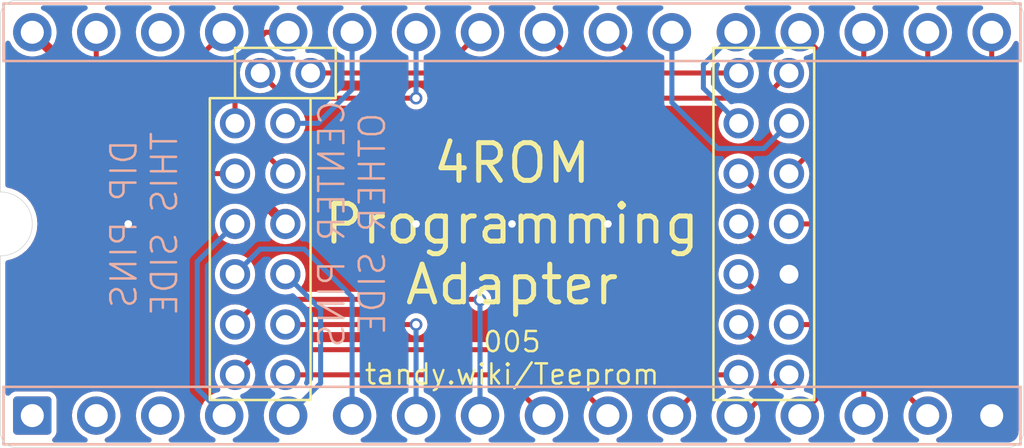
<source format=kicad_pcb>
(kicad_pcb (version 20211014) (generator pcbnew)
  (title_block (title "4ROM_Programming_Adapter") (date "2023-01-09") (rev "005") (company "Brian White b.kenyon.w@gmail.com") (comment 1 "CC-BY-SA") (comment 2 "tandy.wiki/Teeprom"))
  (layers (0 "F.Cu" signal "Top") (31 "B.Cu" signal "Bottom") (34 "B.Paste" user) (35 "F.Paste" user) (36 "B.SilkS" user "B.Silkscreen") (37 "F.SilkS" user "F.Silkscreen") (38 "B.Mask" user) (39 "F.Mask" user) (44 "Edge.Cuts" user))
  (net 0 "")
  (net 1 "/D3")
  (net 2 "/A10")
  (net 3 "/D4")
  (net 4 "/A7")
  (net 5 "/D5")
  (net 6 "/A6")
  (net 7 "/D6")
  (net 8 "/A5")
  (net 9 "/D7")
  (net 10 "/A4")
  (net 11 "/A11")
  (net 12 "/A3")
  (net 13 "/~{OE}")
  (net 14 "/A2")
  (net 15 "/A13")
  (net 16 "/A1")
  (net 17 "/A0")
  (net 18 "/A12")
  (net 19 "/D0")
  (net 20 "/A9")
  (net 21 "/D1")
  (net 22 "/A8")
  (net 23 "/D2")
  (net 24 "/~{CE}")
  (net 25 "/A14")
  (net 26 "/~{WE}")
  (net 27 "VCC")
  (net 28 "GND")
  (footprint "000_LOCAL:4ROM_prog_male" (layer "F.Cu") (at 147.2184 99.187)
    (fp_text reference "J2" hide)
    (fp_text value "4ROM_prog_male")
    (fp_rect (start -12 7) (end -8 -5) (layer "F.SilkS") (width 0.1) (fill none))
    (fp_rect (start -11 -5) (end -7 -7) (layer "F.SilkS") (width 0.1) (fill none))
    (fp_rect (start 8 7) (end 12 -7) (layer "F.SilkS") (width 0.1) (fill none))
    (pad "1" thru_hole circle (at -8 -6) (size 1.2 1.2) (drill 0.75) (layers *.Cu *.Mask) (net 11 "/A11"))
    (pad "2" thru_hole circle (at -10 -6) (size 1.2 1.2) (drill 0.75) (layers *.Cu *.Mask) (net 20 "/A9"))
    (pad "3" thru_hole circle (at -9 -4) (size 1.2 1.2) (drill 0.75) (layers *.Cu *.Mask) (net 22 "/A8"))
    (pad "4" thru_hole circle (at -11 -4) (size 1.2 1.2) (drill 0.75) (layers *.Cu *.Mask) (net 15 "/A13"))
    (pad "5" thru_hole circle (at -9 -2) (size 1.2 1.2) (drill 0.75) (layers *.Cu *.Mask) (net 25 "/A14"))
    (pad "6" thru_hole circle (at -11 -2) (size 1.2 1.2) (drill 0.75) (layers *.Cu *.Mask) (net 26 "/~{WE}"))
    (pad "7" thru_hole circle (at -9 0) (size 1.2 1.2) (drill 0.75) (layers *.Cu *.Mask) (net 27 "VCC"))
    (pad "8" thru_hole circle (at -11 0) (size 1.2 1.2) (drill 0.75) (layers *.Cu *.Mask) (net 18 "/A12"))
    (pad "9" thru_hole circle (at -9 2) (size 1.2 1.2) (drill 0.75) (layers *.Cu *.Mask) (net 4 "/A7"))
    (pad "10" thru_hole circle (at -11 2) (size 1.2 1.2) (drill 0.75) (layers *.Cu *.Mask) (net 6 "/A6"))
    (pad "11" thru_hole circle (at -9 4) (size 1.2 1.2) (drill 0.75) (layers *.Cu *.Mask) (net 8 "/A5"))
    (pad "12" thru_hole circle (at -11 4) (size 1.2 1.2) (drill 0.75) (layers *.Cu *.Mask) (net 10 "/A4"))
    (pad "13" thru_hole circle (at -9 6) (size 1.2 1.2) (drill 0.75) (layers *.Cu *.Mask) (net 12 "/A3"))
    (pad "14" thru_hole circle (at -11 6) (size 1.2 1.2) (drill 0.75) (layers *.Cu *.Mask) (net 14 "/A2"))
    (pad "15" thru_hole circle (at 9 6) (size 1.2 1.2) (drill 0.75) (layers *.Cu *.Mask) (net 16 "/A1"))
    (pad "16" thru_hole circle (at 11 6) (size 1.2 1.2) (drill 0.75) (layers *.Cu *.Mask) (net 17 "/A0"))
    (pad "17" thru_hole circle (at 9 4) (size 1.2 1.2) (drill 0.75) (layers *.Cu *.Mask) (net 19 "/D0"))
    (pad "18" thru_hole circle (at 11 4) (size 1.2 1.2) (drill 0.75) (layers *.Cu *.Mask) (net 21 "/D1"))
    (pad "19" thru_hole circle (at 9 2) (size 1.2 1.2) (drill 0.75) (layers *.Cu *.Mask) (net 23 "/D2"))
    (pad "20" thru_hole circle (at 11 2) (size 1.2 1.2) (drill 0.75) (layers *.Cu *.Mask) (net 28 "GND"))
    (pad "21" thru_hole circle (at 9 0) (size 1.2 1.2) (drill 0.75) (layers *.Cu *.Mask) (net 1 "/D3"))
    (pad "22" thru_hole circle (at 11 0) (size 1.2 1.2) (drill 0.75) (layers *.Cu *.Mask) (net 3 "/D4"))
    (pad "23" thru_hole circle (at 9 -2) (size 1.2 1.2) (drill 0.75) (layers *.Cu *.Mask) (net 5 "/D5"))
    (pad "24" thru_hole circle (at 11 -2) (size 1.2 1.2) (drill 0.75) (layers *.Cu *.Mask) (net 7 "/D6"))
    (pad "25" thru_hole circle (at 9 -4) (size 1.2 1.2) (drill 0.75) (layers *.Cu *.Mask) (net 9 "/D7"))
    (pad "26" thru_hole circle (at 11 -4) (size 1.2 1.2) (drill 0.75) (layers *.Cu *.Mask) (net 24 "/~{CE}"))
    (pad "27" thru_hole circle (at 9 -6) (size 1.2 1.2) (drill 0.75) (layers *.Cu *.Mask) (net 2 "/A10"))
    (pad "28" thru_hole circle (at 11 -6) (size 1.2 1.2) (drill 0.75) (layers *.Cu *.Mask) (net 13 "/~{OE}"))
  )
  (footprint "000_LOCAL:DIP32_600_pcb" (layer "F.Cu") (at 147.2184 99.187 90)
    (fp_text reference "J1" hide)
    (fp_text value "29F010_PLCC_DIP")
    (fp_line (start -6.477 20.193) (end -8.763 20.193) (layer "B.SilkS") (width 0.1))
    (fp_line (start 6.477 -20.193) (end 8.763 -20.193) (layer "B.SilkS") (width 0.1))
    (fp_line (start 8.763 20.193) (end 6.477 20.193) (layer "B.SilkS") (width 0.1))
    (fp_line (start 6.477 20.193) (end 6.477 -20.193) (layer "B.SilkS") (width 0.1))
    (fp_line (start -8.763 -20.193) (end -6.477 -20.193) (layer "B.SilkS") (width 0.1))
    (fp_line (start -6.477 -20.193) (end -6.477 20.193) (layer "B.SilkS") (width 0.1))
    (fp_line (start 8.763 -20.193) (end 8.763 20.193) (layer "B.SilkS") (width 0.1))
    (fp_line (start -8.763 20.193) (end -8.763 -20.193) (layer "B.SilkS") (width 0.1))
    (fp_line (start -8.255 20.32) (end 8.255 20.32) (layer "Edge.Cuts") (width 0.0254))
    (fp_line (start 8.255 -20.32) (end 1.27 -20.32) (layer "Edge.Cuts") (width 0.0254))
    (fp_line (start -8.89 -19.685) (end -8.89 19.685) (layer "Edge.Cuts") (width 0.0254))
    (fp_line (start -1.27 -20.32) (end -8.255 -20.32) (layer "Edge.Cuts") (width 0.0254))
    (fp_line (start 8.89 19.685) (end 8.89 -19.685) (layer "Edge.Cuts") (width 0.0254))
    (fp_arc (start -8.255 20.32) (mid -8.704013 20.134013) (end -8.89 19.685) (layer "Edge.Cuts") (width 0.0254))
    (fp_arc (start -8.89 -19.685) (mid -8.704013 -20.134013) (end -8.255 -20.32) (layer "Edge.Cuts") (width 0.0254))
    (fp_arc (start 8.89 19.685) (mid 8.704013 20.134013) (end 8.255 20.32) (layer "Edge.Cuts") (width 0.0254))
    (fp_arc (start 1.27 -20.32) (mid 0 -19.05) (end -1.27 -20.32) (layer "Edge.Cuts") (width 0.0254))
    (fp_arc (start 8.255 -20.32) (mid 8.704013 -20.134013) (end 8.89 -19.685) (layer "Edge.Cuts") (width 0.0254))
    (pad "1" thru_hole roundrect (at -7.62 -19.05 270) (size 1.524 1.524) (drill 0.9144) (layers *.Cu *.Mask) (roundrect_rratio 0.1))
    (pad "2" thru_hole circle (at -7.62 -16.51 270) (size 1.524 1.524) (drill 0.9144) (layers *.Cu *.Mask))
    (pad "3" thru_hole circle (at -7.62 -13.97 270) (size 1.524 1.524) (drill 0.9144) (layers *.Cu *.Mask))
    (pad "4" thru_hole circle (at -7.62 -11.43 270) (size 1.524 1.524) (drill 0.9144) (layers *.Cu *.Mask) (net 18 "/A12"))
    (pad "5" thru_hole circle (at -7.62 -8.89 270) (size 1.524 1.524) (drill 0.9144) (layers *.Cu *.Mask) (net 4 "/A7"))
    (pad "6" thru_hole circle (at -7.62 -6.35 270) (size 1.524 1.524) (drill 0.9144) (layers *.Cu *.Mask) (net 6 "/A6"))
    (pad "7" thru_hole circle (at -7.62 -3.81 270) (size 1.524 1.524) (drill 0.9144) (layers *.Cu *.Mask) (net 8 "/A5"))
    (pad "8" thru_hole circle (at -7.62 -1.27 270) (size 1.524 1.524) (drill 0.9144) (layers *.Cu *.Mask) (net 10 "/A4"))
    (pad "9" thru_hole circle (at -7.62 1.27 270) (size 1.524 1.524) (drill 0.9144) (layers *.Cu *.Mask) (net 12 "/A3"))
    (pad "10" thru_hole circle (at -7.62 3.81 270) (size 1.524 1.524) (drill 0.9144) (layers *.Cu *.Mask) (net 14 "/A2"))
    (pad "11" thru_hole circle (at -7.62 6.35 270) (size 1.524 1.524) (drill 0.9144) (layers *.Cu *.Mask) (net 16 "/A1"))
    (pad "12" thru_hole circle (at -7.62 8.89 270) (size 1.524 1.524) (drill 0.9144) (layers *.Cu *.Mask) (net 17 "/A0"))
    (pad "13" thru_hole circle (at -7.62 11.43 270) (size 1.524 1.524) (drill 0.9144) (layers *.Cu *.Mask) (net 19 "/D0"))
    (pad "14" thru_hole circle (at -7.62 13.97 270) (size 1.524 1.524) (drill 0.9144) (layers *.Cu *.Mask) (net 21 "/D1"))
    (pad "15" thru_hole circle (at -7.62 16.51 270) (size 1.524 1.524) (drill 0.9144) (layers *.Cu *.Mask) (net 23 "/D2"))
    (pad "16" thru_hole circle (at -7.62 19.05 270) (size 1.524 1.524) (drill 0.9144) (layers *.Cu *.Mask) (net 28 "GND"))
    (pad "17" thru_hole circle (at 7.62 19.05 270) (size 1.524 1.524) (drill 0.9144) (layers *.Cu *.Mask) (net 1 "/D3"))
    (pad "18" thru_hole circle (at 7.62 16.51 270) (size 1.524 1.524) (drill 0.9144) (layers *.Cu *.Mask) (net 3 "/D4"))
    (pad "19" thru_hole circle (at 7.62 13.97 270) (size 1.524 1.524) (drill 0.9144) (layers *.Cu *.Mask) (net 5 "/D5"))
    (pad "20" thru_hole circle (at 7.62 11.43 270) (size 1.524 1.524) (drill 0.9144) (layers *.Cu *.Mask) (net 7 "/D6"))
    (pad "21" thru_hole circle (at 7.62 8.89 270) (size 1.524 1.524) (drill 0.9144) (layers *.Cu *.Mask) (net 9 "/D7"))
    (pad "22" thru_hole circle (at 7.62 6.35 270) (size 1.524 1.524) (drill 0.9144) (layers *.Cu *.Mask) (net 24 "/~{CE}"))
    (pad "23" thru_hole circle (at 7.62 3.81 270) (size 1.524 1.524) (drill 0.9144) (layers *.Cu *.Mask) (net 2 "/A10"))
    (pad "24" thru_hole circle (at 7.62 1.27 270) (size 1.524 1.524) (drill 0.9144) (layers *.Cu *.Mask) (net 13 "/~{OE}"))
    (pad "25" thru_hole circle (at 7.62 -1.27 270) (size 1.524 1.524) (drill 0.9144) (layers *.Cu *.Mask) (net 11 "/A11"))
    (pad "26" thru_hole circle (at 7.62 -3.81 270) (size 1.524 1.524) (drill 0.9144) (layers *.Cu *.Mask) (net 20 "/A9"))
    (pad "27" thru_hole circle (at 7.62 -6.35 270) (size 1.524 1.524) (drill 0.9144) (layers *.Cu *.Mask) (net 22 "/A8"))
    (pad "28" thru_hole circle (at 7.62 -8.89 270) (size 1.524 1.524) (drill 0.9144) (layers *.Cu *.Mask) (net 15 "/A13"))
    (pad "29" thru_hole circle (at 7.62 -11.43 270) (size 1.524 1.524) (drill 0.9144) (layers *.Cu *.Mask) (net 25 "/A14"))
    (pad "30" thru_hole circle (at 7.62 -13.97 270) (size 1.524 1.524) (drill 0.9144) (layers *.Cu *.Mask))
    (pad "31" thru_hole circle (at 7.62 -16.51 270) (size 1.524 1.524) (drill 0.9144) (layers *.Cu *.Mask) (net 26 "/~{WE}"))
    (pad "32" thru_hole circle (at 7.62 -19.05 270) (size 1.524 1.524) (drill 0.9144) (layers *.Cu *.Mask) (net 27 "VCC"))
  )
  (gr_line (start 140.2184 94.187) (end 139.2184 94.187) (layer "F.SilkS") (width 0.1))
  (gr_text "CENTER PINS\nOTHER SIDE" (at 140.8684 99.187 90) (layer "B.SilkS") (effects (font (size 1 1) (thickness 0.1)) (justify mirror)))
  (gr_text "DIP PINS\nTHIS SIDE" (at 132.6134 99.187 90) (layer "B.SilkS") (effects (font (size 1 1) (thickness 0.1)) (justify mirror)))
  (gr_text "4ROM\nProgramming\nAdapter" (at 147.2184 99.187) (layer "F.SilkS") (effects (font (size 1.5 1.5) (thickness 0.2))))
  (gr_text "${REVISION}\n${COMMENT2}" (at 147.2184 104.521) (layer "F.SilkS") (effects (font (size 0.8 0.8) (thickness 0.1))))
  (segment (start 166.2684 91.567) (end 166.2684 94.337) (width 0.2) (layer "F.Cu") (net 1))
  (segment (start 160.4184 100.187) (end 157.2184 100.187) (width 0.2) (layer "F.Cu") (net 1))
  (segment (start 166.2684 94.337) (end 160.4184 100.187) (width 0.2) (layer "F.Cu") (net 1))
  (segment (start 157.2184 100.187) (end 156.2184 99.187) (width 0.2) (layer "F.Cu") (net 1))
  (segment (start 156.2184 93.187) (end 152.6484 93.187) (width 0.2) (layer "F.Cu") (net 2))
  (segment (start 152.6484 93.187) (end 151.0284 91.567) (width 0.2) (layer "F.Cu") (net 2))
  (segment (start 159.7184 99.187) (end 158.2184 99.187) (width 0.2) (layer "F.Cu") (net 3))
  (segment (start 163.7284 91.567) (end 163.7284 95.177) (width 0.2) (layer "F.Cu") (net 3))
  (segment (start 163.7284 95.177) (end 159.7184 99.187) (width 0.2) (layer "F.Cu") (net 3))
  (segment (start 139.6184 102.587) (end 138.2184 101.187) (width 0.2) (layer "B.Cu") (net 4))
  (segment (start 139.6184 105.517) (end 139.6184 102.587) (width 0.2) (layer "B.Cu") (net 4))
  (segment (start 138.3284 106.807) (end 139.6184 105.517) (width 0.2) (layer "B.Cu") (net 4))
  (segment (start 157.2184 98.187) (end 159.0684 98.187) (width 0.2) (layer "F.Cu") (net 5))
  (segment (start 159.0684 98.187) (end 161.1884 96.067) (width 0.2) (layer "F.Cu") (net 5))
  (segment (start 161.1884 96.067) (end 161.1884 91.567) (width 0.2) (layer "F.Cu") (net 5))
  (segment (start 156.2184 97.187) (end 157.2184 98.187) (width 0.2) (layer "F.Cu") (net 5))
  (segment (start 140.8684 106.807) (end 140.8684 102.087) (width 0.2) (layer "B.Cu") (net 6))
  (segment (start 137.2184 100.187) (end 136.2184 101.187) (width 0.2) (layer "B.Cu") (net 6))
  (segment (start 138.9684 100.187) (end 137.2184 100.187) (width 0.2) (layer "B.Cu") (net 6))
  (segment (start 140.8684 102.087) (end 138.9684 100.187) (width 0.2) (layer "B.Cu") (net 6))
  (segment (start 159.7184 92.637) (end 158.6484 91.567) (width 0.2) (layer "F.Cu") (net 7))
  (segment (start 158.2184 97.187) (end 159.7184 95.687) (width 0.2) (layer "F.Cu") (net 7))
  (segment (start 159.7184 95.687) (end 159.7184 92.637) (width 0.2) (layer "F.Cu") (net 7))
  (segment (start 143.4084 103.187) (end 138.2184 103.187) (width 0.2) (layer "F.Cu") (net 8))
  (via (at 143.4084 103.187) (size 0.5) (drill 0.3) (layers "F.Cu" "B.Cu") (net 8))
  (segment (start 143.4084 106.807) (end 143.4084 103.187) (width 0.2) (layer "B.Cu") (net 8))
  (segment (start 154.8184 93.787) (end 156.2184 95.187) (width 0.2) (layer "B.Cu") (net 9))
  (segment (start 156.1084 91.567) (end 154.8184 92.857) (width 0.2) (layer "B.Cu") (net 9))
  (segment (start 154.8184 92.857) (end 154.8184 93.787) (width 0.2) (layer "B.Cu") (net 9))
  (segment (start 145.9284 102.187) (end 137.2184 102.187) (width 0.2) (layer "F.Cu") (net 10))
  (segment (start 145.9484 102.207) (end 145.9284 102.187) (width 0.2) (layer "F.Cu") (net 10))
  (segment (start 137.2184 102.187) (end 136.2184 103.187) (width 0.2) (layer "F.Cu") (net 10))
  (via (at 145.9484 102.207) (size 0.5) (drill 0.3) (layers "F.Cu" "B.Cu") (net 10))
  (segment (start 145.9484 102.207) (end 145.9484 106.807) (width 0.2) (layer "B.Cu") (net 10))
  (segment (start 139.2184 93.187) (end 144.3284 93.187) (width 0.2) (layer "F.Cu") (net 11))
  (segment (start 144.3284 93.187) (end 145.9484 91.567) (width 0.2) (layer "F.Cu") (net 11))
  (segment (start 138.2184 105.187) (end 146.8684 105.187) (width 0.2) (layer "F.Cu") (net 12))
  (segment (start 146.8684 105.187) (end 148.4884 106.807) (width 0.2) (layer "F.Cu") (net 12))
  (segment (start 157.2184 94.187) (end 151.1084 94.187) (width 0.2) (layer "F.Cu") (net 13))
  (segment (start 158.2184 93.187) (end 157.2184 94.187) (width 0.2) (layer "F.Cu") (net 13))
  (segment (start 151.1084 94.187) (end 148.4884 91.567) (width 0.2) (layer "F.Cu") (net 13))
  (segment (start 137.2184 104.187) (end 148.4084 104.187) (width 0.2) (layer "F.Cu") (net 14))
  (segment (start 148.4084 104.187) (end 151.0284 106.807) (width 0.2) (layer "F.Cu") (net 14))
  (segment (start 136.2184 105.187) (end 137.2184 104.187) (width 0.2) (layer "F.Cu") (net 14))
  (segment (start 136.2184 92.788) (end 136.2184 95.187) (width 0.2) (layer "F.Cu") (net 15))
  (segment (start 137.4394 91.567) (end 136.2184 92.788) (width 0.2) (layer "F.Cu") (net 15))
  (segment (start 138.3284 91.567) (end 137.4394 91.567) (width 0.2) (layer "F.Cu") (net 15))
  (segment (start 156.2184 105.187) (end 155.1884 105.187) (width 0.2) (layer "F.Cu") (net 16))
  (segment (start 155.1884 105.187) (end 153.5684 106.807) (width 0.2) (layer "F.Cu") (net 16))
  (segment (start 156.3984 106.807) (end 156.1084 106.807) (width 0.2) (layer "F.Cu") (net 17))
  (segment (start 158.2184 105.187) (end 158.0184 105.187) (width 0.2) (layer "F.Cu") (net 17))
  (segment (start 158.0184 105.187) (end 156.3984 106.807) (width 0.2) (layer "F.Cu") (net 17))
  (segment (start 134.7184 105.737) (end 134.7184 100.687) (width 0.2) (layer "B.Cu") (net 18))
  (segment (start 134.7184 100.687) (end 136.2184 99.187) (width 0.2) (layer "B.Cu") (net 18))
  (segment (start 135.7884 106.807) (end 134.7184 105.737) (width 0.2) (layer "B.Cu") (net 18))
  (segment (start 159.4184 104.737) (end 159.4184 106.037) (width 0.2) (layer "F.Cu") (net 19))
  (segment (start 157.2184 104.187) (end 158.8684 104.187) (width 0.2) (layer "F.Cu") (net 19))
  (segment (start 159.4184 106.037) (end 158.6484 106.807) (width 0.2) (layer "F.Cu") (net 19))
  (segment (start 156.2184 103.187) (end 157.2184 104.187) (width 0.2) (layer "F.Cu") (net 19))
  (segment (start 158.8684 104.187) (end 159.4184 104.737) (width 0.2) (layer "F.Cu") (net 19))
  (segment (start 138.2184 94.187) (end 143.4084 94.187) (width 0.2) (layer "F.Cu") (net 20))
  (segment (start 137.2184 93.187) (end 138.2184 94.187) (width 0.2) (layer "F.Cu") (net 20))
  (via (at 143.4084 94.187) (size 0.5) (drill 0.3) (layers "F.Cu" "B.Cu") (net 20))
  (segment (start 143.4084 94.187) (end 143.4084 91.567) (width 0.2) (layer "B.Cu") (net 20))
  (segment (start 159.0684 103.187) (end 161.1884 105.307) (width 0.2) (layer "F.Cu") (net 21))
  (segment (start 158.2184 103.187) (end 159.0684 103.187) (width 0.2) (layer "F.Cu") (net 21))
  (segment (start 161.1884 105.307) (end 161.1884 106.807) (width 0.2) (layer "F.Cu") (net 21))
  (segment (start 138.2184 95.187) (end 139.5184 95.187) (width 0.2) (layer "B.Cu") (net 22))
  (segment (start 140.8684 93.837) (end 140.8684 91.567) (width 0.2) (layer "B.Cu") (net 22))
  (segment (start 139.5184 95.187) (end 140.8684 93.837) (width 0.2) (layer "B.Cu") (net 22))
  (segment (start 159.1084 102.187) (end 157.2184 102.187) (width 0.2) (layer "F.Cu") (net 23))
  (segment (start 157.2184 102.187) (end 156.2184 101.187) (width 0.2) (layer "F.Cu") (net 23))
  (segment (start 163.7284 106.807) (end 159.1084 102.187) (width 0.2) (layer "F.Cu") (net 23))
  (segment (start 157.2184 96.187) (end 158.2184 95.187) (width 0.2) (layer "B.Cu") (net 24))
  (segment (start 153.5684 91.567) (end 153.5684 94.361) (width 0.2) (layer "B.Cu") (net 24))
  (segment (start 153.5684 94.361) (end 155.3944 96.187) (width 0.2) (layer "B.Cu") (net 24))
  (segment (start 155.3944 96.187) (end 157.2184 96.187) (width 0.2) (layer "B.Cu") (net 24))
  (segment (start 137.2184 96.187) (end 135.5684 96.187) (width 0.2) (layer "F.Cu") (net 25))
  (segment (start 138.2184 97.187) (end 137.2184 96.187) (width 0.2) (layer "F.Cu") (net 25))
  (segment (start 135.0184 95.637) (end 135.0184 92.337) (width 0.2) (layer "F.Cu") (net 25))
  (segment (start 135.0184 92.337) (end 135.7884 91.567) (width 0.2) (layer "F.Cu") (net 25))
  (segment (start 135.5684 96.187) (end 135.0184 95.637) (width 0.2) (layer "F.Cu") (net 25))
  (segment (start 135.2184 97.187) (end 130.7084 92.677) (width 0.2) (layer "F.Cu") (net 26))
  (segment (start 130.7084 92.677) (end 130.7084 91.567) (width 0.2) (layer "F.Cu") (net 26))
  (segment (start 136.2184 97.187) (end 135.2184 97.187) (width 0.2) (layer "F.Cu") (net 26))
  (segment (start 138.2184 99.187) (end 137.2184 98.187) (width 0.4) (layer "F.Cu") (net 27))
  (segment (start 134.7884 98.187) (end 128.1684 91.567) (width 0.4) (layer "F.Cu") (net 27))
  (segment (start 137.2184 98.187) (end 134.7884 98.187) (width 0.4) (layer "F.Cu") (net 27))
  (via (at 151.0284 99.187) (size 0.5) (drill 0.3) (layers "F.Cu" "B.Cu") (net 28))
  (via (at 147.2184 99.187) (size 0.5) (drill 0.3) (layers "F.Cu" "B.Cu") (net 28))
  (via (at 143.4084 99.187) (size 0.5) (drill 0.3) (layers "F.Cu" "B.Cu") (net 28))
  (via (at 131.9784 99.187) (size 0.5) (drill 0.3) (layers "F.Cu" "B.Cu") (net 28))
  (zone (net 28) (net_name "GND") (layer "F.Cu") (connect_pads yes (clearance 0.2)) (min_thickness 0.2) (fill yes (thermal_gap 0.2) (thermal_bridge_width 0.3) (smoothing fillet) (radius 0.1))
    (polygon (pts (xy 167.5384 90.297) (xy 167.5384 108.077) (xy 126.8984 108.077) (xy 126.8984 90.297)))
  )
  (zone (net 28) (net_name "GND") (layer "B.Cu") (connect_pads yes (clearance 0.2)) (min_thickness 0.2) (fill yes (thermal_gap 0.2) (thermal_bridge_width 0.3) (smoothing fillet) (radius 0.1))
    (polygon (pts (xy 167.5384 90.297) (xy 167.5384 108.077) (xy 126.8984 108.077) (xy 126.8984 90.297)))
  )
)
</source>
